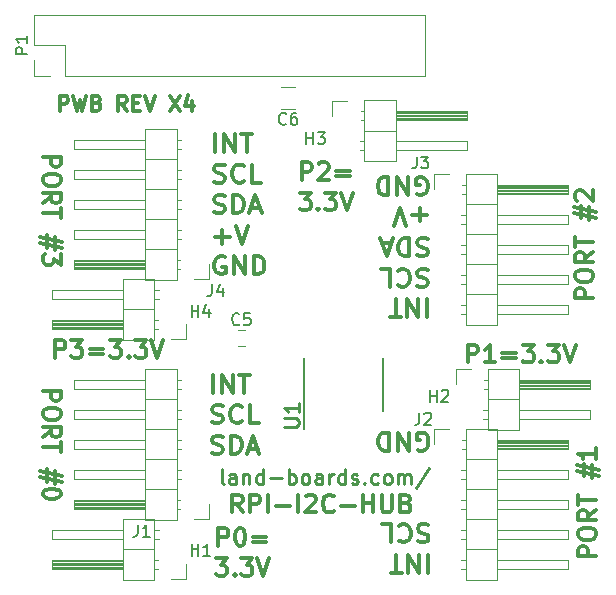
<source format=gto>
G04 #@! TF.GenerationSoftware,KiCad,Pcbnew,(5.0.2)-1*
G04 #@! TF.CreationDate,2019-07-01T13:56:40-04:00*
G04 #@! TF.ProjectId,RPI-I2C-HUB,5250492d-4932-4432-9d48-55422e6b6963,rev?*
G04 #@! TF.SameCoordinates,Original*
G04 #@! TF.FileFunction,Legend,Top*
G04 #@! TF.FilePolarity,Positive*
%FSLAX46Y46*%
G04 Gerber Fmt 4.6, Leading zero omitted, Abs format (unit mm)*
G04 Created by KiCad (PCBNEW (5.0.2)-1) date 7/1/2019 1:56:40 PM*
%MOMM*%
%LPD*%
G01*
G04 APERTURE LIST*
%ADD10C,0.300000*%
%ADD11C,0.317500*%
%ADD12C,0.250000*%
%ADD13C,0.150000*%
%ADD14C,0.120000*%
%ADD15C,0.254000*%
G04 APERTURE END LIST*
D10*
X33780523Y-46176671D02*
X33780523Y-47700671D01*
X33024571Y-46176671D02*
X33024571Y-47700671D01*
X32117428Y-46176671D01*
X32117428Y-47700671D01*
X31588261Y-47700671D02*
X30681119Y-47700671D01*
X31134690Y-46176671D02*
X31134690Y-47700671D01*
X33856119Y-43663242D02*
X33629333Y-43590671D01*
X33251357Y-43590671D01*
X33100166Y-43663242D01*
X33024571Y-43735814D01*
X32948976Y-43880957D01*
X32948976Y-44026100D01*
X33024571Y-44171242D01*
X33100166Y-44243814D01*
X33251357Y-44316385D01*
X33553738Y-44388957D01*
X33704928Y-44461528D01*
X33780523Y-44534100D01*
X33856119Y-44679242D01*
X33856119Y-44824385D01*
X33780523Y-44969528D01*
X33704928Y-45042100D01*
X33553738Y-45114671D01*
X33175761Y-45114671D01*
X32948976Y-45042100D01*
X31361476Y-43735814D02*
X31437071Y-43663242D01*
X31663857Y-43590671D01*
X31815047Y-43590671D01*
X32041833Y-43663242D01*
X32193023Y-43808385D01*
X32268619Y-43953528D01*
X32344214Y-44243814D01*
X32344214Y-44461528D01*
X32268619Y-44751814D01*
X32193023Y-44896957D01*
X32041833Y-45042100D01*
X31815047Y-45114671D01*
X31663857Y-45114671D01*
X31437071Y-45042100D01*
X31361476Y-44969528D01*
X29925166Y-43590671D02*
X30681119Y-43590671D01*
X30681119Y-45114671D01*
X32948976Y-37284100D02*
X33100166Y-37356671D01*
X33326952Y-37356671D01*
X33553738Y-37284100D01*
X33704928Y-37138957D01*
X33780523Y-36993814D01*
X33856119Y-36703528D01*
X33856119Y-36485814D01*
X33780523Y-36195528D01*
X33704928Y-36050385D01*
X33553738Y-35905242D01*
X33326952Y-35832671D01*
X33175761Y-35832671D01*
X32948976Y-35905242D01*
X32873380Y-35977814D01*
X32873380Y-36485814D01*
X33175761Y-36485814D01*
X32193023Y-35832671D02*
X32193023Y-37356671D01*
X31285880Y-35832671D01*
X31285880Y-37356671D01*
X30529928Y-35832671D02*
X30529928Y-37356671D01*
X30151952Y-37356671D01*
X29925166Y-37284100D01*
X29773976Y-37138957D01*
X29698380Y-36993814D01*
X29622785Y-36703528D01*
X29622785Y-36485814D01*
X29698380Y-36195528D01*
X29773976Y-36050385D01*
X29925166Y-35905242D01*
X30151952Y-35832671D01*
X30529928Y-35832671D01*
X15622476Y-32444228D02*
X15622476Y-30920228D01*
X16378428Y-32444228D02*
X16378428Y-30920228D01*
X17285571Y-32444228D01*
X17285571Y-30920228D01*
X17814738Y-30920228D02*
X18721880Y-30920228D01*
X18268309Y-32444228D02*
X18268309Y-30920228D01*
X15546880Y-34957657D02*
X15773666Y-35030228D01*
X16151642Y-35030228D01*
X16302833Y-34957657D01*
X16378428Y-34885085D01*
X16454023Y-34739942D01*
X16454023Y-34594800D01*
X16378428Y-34449657D01*
X16302833Y-34377085D01*
X16151642Y-34304514D01*
X15849261Y-34231942D01*
X15698071Y-34159371D01*
X15622476Y-34086800D01*
X15546880Y-33941657D01*
X15546880Y-33796514D01*
X15622476Y-33651371D01*
X15698071Y-33578800D01*
X15849261Y-33506228D01*
X16227238Y-33506228D01*
X16454023Y-33578800D01*
X18041523Y-34885085D02*
X17965928Y-34957657D01*
X17739142Y-35030228D01*
X17587952Y-35030228D01*
X17361166Y-34957657D01*
X17209976Y-34812514D01*
X17134380Y-34667371D01*
X17058785Y-34377085D01*
X17058785Y-34159371D01*
X17134380Y-33869085D01*
X17209976Y-33723942D01*
X17361166Y-33578800D01*
X17587952Y-33506228D01*
X17739142Y-33506228D01*
X17965928Y-33578800D01*
X18041523Y-33651371D01*
X19477833Y-35030228D02*
X18721880Y-35030228D01*
X18721880Y-33506228D01*
X15546880Y-37543657D02*
X15773666Y-37616228D01*
X16151642Y-37616228D01*
X16302833Y-37543657D01*
X16378428Y-37471085D01*
X16454023Y-37325942D01*
X16454023Y-37180800D01*
X16378428Y-37035657D01*
X16302833Y-36963085D01*
X16151642Y-36890514D01*
X15849261Y-36817942D01*
X15698071Y-36745371D01*
X15622476Y-36672800D01*
X15546880Y-36527657D01*
X15546880Y-36382514D01*
X15622476Y-36237371D01*
X15698071Y-36164800D01*
X15849261Y-36092228D01*
X16227238Y-36092228D01*
X16454023Y-36164800D01*
X17134380Y-37616228D02*
X17134380Y-36092228D01*
X17512357Y-36092228D01*
X17739142Y-36164800D01*
X17890333Y-36309942D01*
X17965928Y-36455085D01*
X18041523Y-36745371D01*
X18041523Y-36963085D01*
X17965928Y-37253371D01*
X17890333Y-37398514D01*
X17739142Y-37543657D01*
X17512357Y-37616228D01*
X17134380Y-37616228D01*
X18646285Y-37180800D02*
X19402238Y-37180800D01*
X18495095Y-37616228D02*
X19024261Y-36092228D01*
X19553428Y-37616228D01*
X33717023Y-24548571D02*
X33717023Y-26072571D01*
X32961071Y-24548571D02*
X32961071Y-26072571D01*
X32053928Y-24548571D01*
X32053928Y-26072571D01*
X31524761Y-26072571D02*
X30617619Y-26072571D01*
X31071190Y-24548571D02*
X31071190Y-26072571D01*
X33792619Y-22035142D02*
X33565833Y-21962571D01*
X33187857Y-21962571D01*
X33036666Y-22035142D01*
X32961071Y-22107714D01*
X32885476Y-22252857D01*
X32885476Y-22398000D01*
X32961071Y-22543142D01*
X33036666Y-22615714D01*
X33187857Y-22688285D01*
X33490238Y-22760857D01*
X33641428Y-22833428D01*
X33717023Y-22906000D01*
X33792619Y-23051142D01*
X33792619Y-23196285D01*
X33717023Y-23341428D01*
X33641428Y-23414000D01*
X33490238Y-23486571D01*
X33112261Y-23486571D01*
X32885476Y-23414000D01*
X31297976Y-22107714D02*
X31373571Y-22035142D01*
X31600357Y-21962571D01*
X31751547Y-21962571D01*
X31978333Y-22035142D01*
X32129523Y-22180285D01*
X32205119Y-22325428D01*
X32280714Y-22615714D01*
X32280714Y-22833428D01*
X32205119Y-23123714D01*
X32129523Y-23268857D01*
X31978333Y-23414000D01*
X31751547Y-23486571D01*
X31600357Y-23486571D01*
X31373571Y-23414000D01*
X31297976Y-23341428D01*
X29861666Y-21962571D02*
X30617619Y-21962571D01*
X30617619Y-23486571D01*
X33792619Y-19449142D02*
X33565833Y-19376571D01*
X33187857Y-19376571D01*
X33036666Y-19449142D01*
X32961071Y-19521714D01*
X32885476Y-19666857D01*
X32885476Y-19812000D01*
X32961071Y-19957142D01*
X33036666Y-20029714D01*
X33187857Y-20102285D01*
X33490238Y-20174857D01*
X33641428Y-20247428D01*
X33717023Y-20320000D01*
X33792619Y-20465142D01*
X33792619Y-20610285D01*
X33717023Y-20755428D01*
X33641428Y-20828000D01*
X33490238Y-20900571D01*
X33112261Y-20900571D01*
X32885476Y-20828000D01*
X32205119Y-19376571D02*
X32205119Y-20900571D01*
X31827142Y-20900571D01*
X31600357Y-20828000D01*
X31449166Y-20682857D01*
X31373571Y-20537714D01*
X31297976Y-20247428D01*
X31297976Y-20029714D01*
X31373571Y-19739428D01*
X31449166Y-19594285D01*
X31600357Y-19449142D01*
X31827142Y-19376571D01*
X32205119Y-19376571D01*
X30693214Y-19812000D02*
X29937261Y-19812000D01*
X30844404Y-19376571D02*
X30315238Y-20900571D01*
X29786071Y-19376571D01*
X33717023Y-17371142D02*
X32507500Y-17371142D01*
X33112261Y-16790571D02*
X33112261Y-17951714D01*
X31978333Y-18314571D02*
X31449166Y-16790571D01*
X30920000Y-18314571D01*
X32885476Y-15656000D02*
X33036666Y-15728571D01*
X33263452Y-15728571D01*
X33490238Y-15656000D01*
X33641428Y-15510857D01*
X33717023Y-15365714D01*
X33792619Y-15075428D01*
X33792619Y-14857714D01*
X33717023Y-14567428D01*
X33641428Y-14422285D01*
X33490238Y-14277142D01*
X33263452Y-14204571D01*
X33112261Y-14204571D01*
X32885476Y-14277142D01*
X32809880Y-14349714D01*
X32809880Y-14857714D01*
X33112261Y-14857714D01*
X32129523Y-14204571D02*
X32129523Y-15728571D01*
X31222380Y-14204571D01*
X31222380Y-15728571D01*
X30466428Y-14204571D02*
X30466428Y-15728571D01*
X30088452Y-15728571D01*
X29861666Y-15656000D01*
X29710476Y-15510857D01*
X29634880Y-15365714D01*
X29559285Y-15075428D01*
X29559285Y-14857714D01*
X29634880Y-14567428D01*
X29710476Y-14422285D01*
X29861666Y-14277142D01*
X30088452Y-14204571D01*
X30466428Y-14204571D01*
X15812976Y-12078228D02*
X15812976Y-10554228D01*
X16568928Y-12078228D02*
X16568928Y-10554228D01*
X17476071Y-12078228D01*
X17476071Y-10554228D01*
X18005238Y-10554228D02*
X18912380Y-10554228D01*
X18458809Y-12078228D02*
X18458809Y-10554228D01*
X15737380Y-14591657D02*
X15964166Y-14664228D01*
X16342142Y-14664228D01*
X16493333Y-14591657D01*
X16568928Y-14519085D01*
X16644523Y-14373942D01*
X16644523Y-14228800D01*
X16568928Y-14083657D01*
X16493333Y-14011085D01*
X16342142Y-13938514D01*
X16039761Y-13865942D01*
X15888571Y-13793371D01*
X15812976Y-13720800D01*
X15737380Y-13575657D01*
X15737380Y-13430514D01*
X15812976Y-13285371D01*
X15888571Y-13212800D01*
X16039761Y-13140228D01*
X16417738Y-13140228D01*
X16644523Y-13212800D01*
X18232023Y-14519085D02*
X18156428Y-14591657D01*
X17929642Y-14664228D01*
X17778452Y-14664228D01*
X17551666Y-14591657D01*
X17400476Y-14446514D01*
X17324880Y-14301371D01*
X17249285Y-14011085D01*
X17249285Y-13793371D01*
X17324880Y-13503085D01*
X17400476Y-13357942D01*
X17551666Y-13212800D01*
X17778452Y-13140228D01*
X17929642Y-13140228D01*
X18156428Y-13212800D01*
X18232023Y-13285371D01*
X19668333Y-14664228D02*
X18912380Y-14664228D01*
X18912380Y-13140228D01*
X15737380Y-17177657D02*
X15964166Y-17250228D01*
X16342142Y-17250228D01*
X16493333Y-17177657D01*
X16568928Y-17105085D01*
X16644523Y-16959942D01*
X16644523Y-16814800D01*
X16568928Y-16669657D01*
X16493333Y-16597085D01*
X16342142Y-16524514D01*
X16039761Y-16451942D01*
X15888571Y-16379371D01*
X15812976Y-16306800D01*
X15737380Y-16161657D01*
X15737380Y-16016514D01*
X15812976Y-15871371D01*
X15888571Y-15798800D01*
X16039761Y-15726228D01*
X16417738Y-15726228D01*
X16644523Y-15798800D01*
X17324880Y-17250228D02*
X17324880Y-15726228D01*
X17702857Y-15726228D01*
X17929642Y-15798800D01*
X18080833Y-15943942D01*
X18156428Y-16089085D01*
X18232023Y-16379371D01*
X18232023Y-16597085D01*
X18156428Y-16887371D01*
X18080833Y-17032514D01*
X17929642Y-17177657D01*
X17702857Y-17250228D01*
X17324880Y-17250228D01*
X18836785Y-16814800D02*
X19592738Y-16814800D01*
X18685595Y-17250228D02*
X19214761Y-15726228D01*
X19743928Y-17250228D01*
X15812976Y-19255657D02*
X17022500Y-19255657D01*
X16417738Y-19836228D02*
X16417738Y-18675085D01*
X17551666Y-18312228D02*
X18080833Y-19836228D01*
X18610000Y-18312228D01*
X16644523Y-20970800D02*
X16493333Y-20898228D01*
X16266547Y-20898228D01*
X16039761Y-20970800D01*
X15888571Y-21115942D01*
X15812976Y-21261085D01*
X15737380Y-21551371D01*
X15737380Y-21769085D01*
X15812976Y-22059371D01*
X15888571Y-22204514D01*
X16039761Y-22349657D01*
X16266547Y-22422228D01*
X16417738Y-22422228D01*
X16644523Y-22349657D01*
X16720119Y-22277085D01*
X16720119Y-21769085D01*
X16417738Y-21769085D01*
X17400476Y-22422228D02*
X17400476Y-20898228D01*
X18307619Y-22422228D01*
X18307619Y-20898228D01*
X19063571Y-22422228D02*
X19063571Y-20898228D01*
X19441547Y-20898228D01*
X19668333Y-20970800D01*
X19819523Y-21115942D01*
X19895119Y-21261085D01*
X19970714Y-21551371D01*
X19970714Y-21769085D01*
X19895119Y-22059371D01*
X19819523Y-22204514D01*
X19668333Y-22349657D01*
X19441547Y-22422228D01*
X19063571Y-22422228D01*
X16061785Y-45415671D02*
X16061785Y-43915671D01*
X16633214Y-43915671D01*
X16776071Y-43987100D01*
X16847500Y-44058528D01*
X16918928Y-44201385D01*
X16918928Y-44415671D01*
X16847500Y-44558528D01*
X16776071Y-44629957D01*
X16633214Y-44701385D01*
X16061785Y-44701385D01*
X17847500Y-43915671D02*
X17990357Y-43915671D01*
X18133214Y-43987100D01*
X18204642Y-44058528D01*
X18276071Y-44201385D01*
X18347500Y-44487100D01*
X18347500Y-44844242D01*
X18276071Y-45129957D01*
X18204642Y-45272814D01*
X18133214Y-45344242D01*
X17990357Y-45415671D01*
X17847500Y-45415671D01*
X17704642Y-45344242D01*
X17633214Y-45272814D01*
X17561785Y-45129957D01*
X17490357Y-44844242D01*
X17490357Y-44487100D01*
X17561785Y-44201385D01*
X17633214Y-44058528D01*
X17704642Y-43987100D01*
X17847500Y-43915671D01*
X18990357Y-44629957D02*
X20133214Y-44629957D01*
X20133214Y-45058528D02*
X18990357Y-45058528D01*
X15883214Y-46465671D02*
X16811785Y-46465671D01*
X16311785Y-47037100D01*
X16526071Y-47037100D01*
X16668928Y-47108528D01*
X16740357Y-47179957D01*
X16811785Y-47322814D01*
X16811785Y-47679957D01*
X16740357Y-47822814D01*
X16668928Y-47894242D01*
X16526071Y-47965671D01*
X16097500Y-47965671D01*
X15954642Y-47894242D01*
X15883214Y-47822814D01*
X17454642Y-47822814D02*
X17526071Y-47894242D01*
X17454642Y-47965671D01*
X17383214Y-47894242D01*
X17454642Y-47822814D01*
X17454642Y-47965671D01*
X18026071Y-46465671D02*
X18954642Y-46465671D01*
X18454642Y-47037100D01*
X18668928Y-47037100D01*
X18811785Y-47108528D01*
X18883214Y-47179957D01*
X18954642Y-47322814D01*
X18954642Y-47679957D01*
X18883214Y-47822814D01*
X18811785Y-47894242D01*
X18668928Y-47965671D01*
X18240357Y-47965671D01*
X18097500Y-47894242D01*
X18026071Y-47822814D01*
X19383214Y-46465671D02*
X19883214Y-47965671D01*
X20383214Y-46465671D01*
X23122985Y-14453071D02*
X23122985Y-12953071D01*
X23694414Y-12953071D01*
X23837271Y-13024500D01*
X23908700Y-13095928D01*
X23980128Y-13238785D01*
X23980128Y-13453071D01*
X23908700Y-13595928D01*
X23837271Y-13667357D01*
X23694414Y-13738785D01*
X23122985Y-13738785D01*
X24551557Y-13095928D02*
X24622985Y-13024500D01*
X24765842Y-12953071D01*
X25122985Y-12953071D01*
X25265842Y-13024500D01*
X25337271Y-13095928D01*
X25408700Y-13238785D01*
X25408700Y-13381642D01*
X25337271Y-13595928D01*
X24480128Y-14453071D01*
X25408700Y-14453071D01*
X26051557Y-13667357D02*
X27194414Y-13667357D01*
X27194414Y-14095928D02*
X26051557Y-14095928D01*
X22944414Y-15503071D02*
X23872985Y-15503071D01*
X23372985Y-16074500D01*
X23587271Y-16074500D01*
X23730128Y-16145928D01*
X23801557Y-16217357D01*
X23872985Y-16360214D01*
X23872985Y-16717357D01*
X23801557Y-16860214D01*
X23730128Y-16931642D01*
X23587271Y-17003071D01*
X23158700Y-17003071D01*
X23015842Y-16931642D01*
X22944414Y-16860214D01*
X24515842Y-16860214D02*
X24587271Y-16931642D01*
X24515842Y-17003071D01*
X24444414Y-16931642D01*
X24515842Y-16860214D01*
X24515842Y-17003071D01*
X25087271Y-15503071D02*
X26015842Y-15503071D01*
X25515842Y-16074500D01*
X25730128Y-16074500D01*
X25872985Y-16145928D01*
X25944414Y-16217357D01*
X26015842Y-16360214D01*
X26015842Y-16717357D01*
X25944414Y-16860214D01*
X25872985Y-16931642D01*
X25730128Y-17003071D01*
X25301557Y-17003071D01*
X25158700Y-16931642D01*
X25087271Y-16860214D01*
X26444414Y-15503071D02*
X26944414Y-17003071D01*
X27444414Y-15503071D01*
X37191714Y-29888571D02*
X37191714Y-28388571D01*
X37763142Y-28388571D01*
X37906000Y-28460000D01*
X37977428Y-28531428D01*
X38048857Y-28674285D01*
X38048857Y-28888571D01*
X37977428Y-29031428D01*
X37906000Y-29102857D01*
X37763142Y-29174285D01*
X37191714Y-29174285D01*
X39477428Y-29888571D02*
X38620285Y-29888571D01*
X39048857Y-29888571D02*
X39048857Y-28388571D01*
X38906000Y-28602857D01*
X38763142Y-28745714D01*
X38620285Y-28817142D01*
X40120285Y-29102857D02*
X41263142Y-29102857D01*
X41263142Y-29531428D02*
X40120285Y-29531428D01*
X41834571Y-28388571D02*
X42763142Y-28388571D01*
X42263142Y-28960000D01*
X42477428Y-28960000D01*
X42620285Y-29031428D01*
X42691714Y-29102857D01*
X42763142Y-29245714D01*
X42763142Y-29602857D01*
X42691714Y-29745714D01*
X42620285Y-29817142D01*
X42477428Y-29888571D01*
X42048857Y-29888571D01*
X41906000Y-29817142D01*
X41834571Y-29745714D01*
X43406000Y-29745714D02*
X43477428Y-29817142D01*
X43406000Y-29888571D01*
X43334571Y-29817142D01*
X43406000Y-29745714D01*
X43406000Y-29888571D01*
X43977428Y-28388571D02*
X44906000Y-28388571D01*
X44406000Y-28960000D01*
X44620285Y-28960000D01*
X44763142Y-29031428D01*
X44834571Y-29102857D01*
X44906000Y-29245714D01*
X44906000Y-29602857D01*
X44834571Y-29745714D01*
X44763142Y-29817142D01*
X44620285Y-29888571D01*
X44191714Y-29888571D01*
X44048857Y-29817142D01*
X43977428Y-29745714D01*
X45334571Y-28388571D02*
X45834571Y-29888571D01*
X46334571Y-28388571D01*
X2266714Y-29507571D02*
X2266714Y-28007571D01*
X2838142Y-28007571D01*
X2981000Y-28079000D01*
X3052428Y-28150428D01*
X3123857Y-28293285D01*
X3123857Y-28507571D01*
X3052428Y-28650428D01*
X2981000Y-28721857D01*
X2838142Y-28793285D01*
X2266714Y-28793285D01*
X3623857Y-28007571D02*
X4552428Y-28007571D01*
X4052428Y-28579000D01*
X4266714Y-28579000D01*
X4409571Y-28650428D01*
X4481000Y-28721857D01*
X4552428Y-28864714D01*
X4552428Y-29221857D01*
X4481000Y-29364714D01*
X4409571Y-29436142D01*
X4266714Y-29507571D01*
X3838142Y-29507571D01*
X3695285Y-29436142D01*
X3623857Y-29364714D01*
X5195285Y-28721857D02*
X6338142Y-28721857D01*
X6338142Y-29150428D02*
X5195285Y-29150428D01*
X6909571Y-28007571D02*
X7838142Y-28007571D01*
X7338142Y-28579000D01*
X7552428Y-28579000D01*
X7695285Y-28650428D01*
X7766714Y-28721857D01*
X7838142Y-28864714D01*
X7838142Y-29221857D01*
X7766714Y-29364714D01*
X7695285Y-29436142D01*
X7552428Y-29507571D01*
X7123857Y-29507571D01*
X6981000Y-29436142D01*
X6909571Y-29364714D01*
X8481000Y-29364714D02*
X8552428Y-29436142D01*
X8481000Y-29507571D01*
X8409571Y-29436142D01*
X8481000Y-29364714D01*
X8481000Y-29507571D01*
X9052428Y-28007571D02*
X9981000Y-28007571D01*
X9481000Y-28579000D01*
X9695285Y-28579000D01*
X9838142Y-28650428D01*
X9909571Y-28721857D01*
X9981000Y-28864714D01*
X9981000Y-29221857D01*
X9909571Y-29364714D01*
X9838142Y-29436142D01*
X9695285Y-29507571D01*
X9266714Y-29507571D01*
X9123857Y-29436142D01*
X9052428Y-29364714D01*
X10409571Y-28007571D02*
X10909571Y-29507571D01*
X11409571Y-28007571D01*
X1226428Y-12482285D02*
X2726428Y-12482285D01*
X2726428Y-13053714D01*
X2655000Y-13196571D01*
X2583571Y-13268000D01*
X2440714Y-13339428D01*
X2226428Y-13339428D01*
X2083571Y-13268000D01*
X2012142Y-13196571D01*
X1940714Y-13053714D01*
X1940714Y-12482285D01*
X2726428Y-14268000D02*
X2726428Y-14553714D01*
X2655000Y-14696571D01*
X2512142Y-14839428D01*
X2226428Y-14910857D01*
X1726428Y-14910857D01*
X1440714Y-14839428D01*
X1297857Y-14696571D01*
X1226428Y-14553714D01*
X1226428Y-14268000D01*
X1297857Y-14125142D01*
X1440714Y-13982285D01*
X1726428Y-13910857D01*
X2226428Y-13910857D01*
X2512142Y-13982285D01*
X2655000Y-14125142D01*
X2726428Y-14268000D01*
X1226428Y-16410857D02*
X1940714Y-15910857D01*
X1226428Y-15553714D02*
X2726428Y-15553714D01*
X2726428Y-16125142D01*
X2655000Y-16268000D01*
X2583571Y-16339428D01*
X2440714Y-16410857D01*
X2226428Y-16410857D01*
X2083571Y-16339428D01*
X2012142Y-16268000D01*
X1940714Y-16125142D01*
X1940714Y-15553714D01*
X2726428Y-16839428D02*
X2726428Y-17696571D01*
X1226428Y-17268000D02*
X2726428Y-17268000D01*
X2226428Y-19268000D02*
X2226428Y-20339428D01*
X2869285Y-19696571D02*
X940714Y-19268000D01*
X1583571Y-20196571D02*
X1583571Y-19125142D01*
X940714Y-19768000D02*
X2869285Y-20196571D01*
X2726428Y-20696571D02*
X2726428Y-21625142D01*
X2154999Y-21125142D01*
X2154999Y-21339428D01*
X2083571Y-21482285D01*
X2012142Y-21553714D01*
X1869285Y-21625142D01*
X1512142Y-21625142D01*
X1369285Y-21553714D01*
X1297857Y-21482285D01*
X1226428Y-21339428D01*
X1226428Y-20910857D01*
X1297857Y-20768000D01*
X1369285Y-20696571D01*
X1226428Y-32294285D02*
X2726428Y-32294285D01*
X2726428Y-32865714D01*
X2655000Y-33008571D01*
X2583571Y-33080000D01*
X2440714Y-33151428D01*
X2226428Y-33151428D01*
X2083571Y-33080000D01*
X2012142Y-33008571D01*
X1940714Y-32865714D01*
X1940714Y-32294285D01*
X2726428Y-34080000D02*
X2726428Y-34365714D01*
X2655000Y-34508571D01*
X2512142Y-34651428D01*
X2226428Y-34722857D01*
X1726428Y-34722857D01*
X1440714Y-34651428D01*
X1297857Y-34508571D01*
X1226428Y-34365714D01*
X1226428Y-34080000D01*
X1297857Y-33937142D01*
X1440714Y-33794285D01*
X1726428Y-33722857D01*
X2226428Y-33722857D01*
X2512142Y-33794285D01*
X2655000Y-33937142D01*
X2726428Y-34080000D01*
X1226428Y-36222857D02*
X1940714Y-35722857D01*
X1226428Y-35365714D02*
X2726428Y-35365714D01*
X2726428Y-35937142D01*
X2655000Y-36080000D01*
X2583571Y-36151428D01*
X2440714Y-36222857D01*
X2226428Y-36222857D01*
X2083571Y-36151428D01*
X2012142Y-36080000D01*
X1940714Y-35937142D01*
X1940714Y-35365714D01*
X2726428Y-36651428D02*
X2726428Y-37508571D01*
X1226428Y-37080000D02*
X2726428Y-37080000D01*
X2226428Y-39080000D02*
X2226428Y-40151428D01*
X2869285Y-39508571D02*
X940714Y-39080000D01*
X1583571Y-40008571D02*
X1583571Y-38937142D01*
X940714Y-39580000D02*
X2869285Y-40008571D01*
X2726428Y-40937142D02*
X2726428Y-41080000D01*
X2654999Y-41222857D01*
X2583571Y-41294285D01*
X2440714Y-41365714D01*
X2154999Y-41437142D01*
X1797857Y-41437142D01*
X1512142Y-41365714D01*
X1369285Y-41294285D01*
X1297857Y-41222857D01*
X1226428Y-41080000D01*
X1226428Y-40937142D01*
X1297857Y-40794285D01*
X1369285Y-40722857D01*
X1512142Y-40651428D01*
X1797857Y-40580000D01*
X2154999Y-40580000D01*
X2440714Y-40651428D01*
X2583571Y-40722857D01*
X2654999Y-40794285D01*
X2726428Y-40937142D01*
X47795571Y-24474714D02*
X46295571Y-24474714D01*
X46295571Y-23903285D01*
X46367000Y-23760428D01*
X46438428Y-23689000D01*
X46581285Y-23617571D01*
X46795571Y-23617571D01*
X46938428Y-23689000D01*
X47009857Y-23760428D01*
X47081285Y-23903285D01*
X47081285Y-24474714D01*
X46295571Y-22689000D02*
X46295571Y-22403285D01*
X46367000Y-22260428D01*
X46509857Y-22117571D01*
X46795571Y-22046142D01*
X47295571Y-22046142D01*
X47581285Y-22117571D01*
X47724142Y-22260428D01*
X47795571Y-22403285D01*
X47795571Y-22689000D01*
X47724142Y-22831857D01*
X47581285Y-22974714D01*
X47295571Y-23046142D01*
X46795571Y-23046142D01*
X46509857Y-22974714D01*
X46367000Y-22831857D01*
X46295571Y-22689000D01*
X47795571Y-20546142D02*
X47081285Y-21046142D01*
X47795571Y-21403285D02*
X46295571Y-21403285D01*
X46295571Y-20831857D01*
X46367000Y-20689000D01*
X46438428Y-20617571D01*
X46581285Y-20546142D01*
X46795571Y-20546142D01*
X46938428Y-20617571D01*
X47009857Y-20689000D01*
X47081285Y-20831857D01*
X47081285Y-21403285D01*
X46295571Y-20117571D02*
X46295571Y-19260428D01*
X47795571Y-19689000D02*
X46295571Y-19689000D01*
X46795571Y-17689000D02*
X46795571Y-16617571D01*
X46152714Y-17260428D02*
X48081285Y-17689000D01*
X47438428Y-16760428D02*
X47438428Y-17831857D01*
X48081285Y-17189000D02*
X46152714Y-16760428D01*
X46438428Y-16189000D02*
X46367000Y-16117571D01*
X46295571Y-15974714D01*
X46295571Y-15617571D01*
X46367000Y-15474714D01*
X46438428Y-15403285D01*
X46581285Y-15331857D01*
X46724142Y-15331857D01*
X46938428Y-15403285D01*
X47795571Y-16260428D01*
X47795571Y-15331857D01*
X48049571Y-46318714D02*
X46549571Y-46318714D01*
X46549571Y-45747285D01*
X46621000Y-45604428D01*
X46692428Y-45533000D01*
X46835285Y-45461571D01*
X47049571Y-45461571D01*
X47192428Y-45533000D01*
X47263857Y-45604428D01*
X47335285Y-45747285D01*
X47335285Y-46318714D01*
X46549571Y-44533000D02*
X46549571Y-44247285D01*
X46621000Y-44104428D01*
X46763857Y-43961571D01*
X47049571Y-43890142D01*
X47549571Y-43890142D01*
X47835285Y-43961571D01*
X47978142Y-44104428D01*
X48049571Y-44247285D01*
X48049571Y-44533000D01*
X47978142Y-44675857D01*
X47835285Y-44818714D01*
X47549571Y-44890142D01*
X47049571Y-44890142D01*
X46763857Y-44818714D01*
X46621000Y-44675857D01*
X46549571Y-44533000D01*
X48049571Y-42390142D02*
X47335285Y-42890142D01*
X48049571Y-43247285D02*
X46549571Y-43247285D01*
X46549571Y-42675857D01*
X46621000Y-42533000D01*
X46692428Y-42461571D01*
X46835285Y-42390142D01*
X47049571Y-42390142D01*
X47192428Y-42461571D01*
X47263857Y-42533000D01*
X47335285Y-42675857D01*
X47335285Y-43247285D01*
X46549571Y-41961571D02*
X46549571Y-41104428D01*
X48049571Y-41533000D02*
X46549571Y-41533000D01*
X47049571Y-39533000D02*
X47049571Y-38461571D01*
X46406714Y-39104428D02*
X48335285Y-39533000D01*
X47692428Y-38604428D02*
X47692428Y-39675857D01*
X48335285Y-39033000D02*
X46406714Y-38604428D01*
X48049571Y-37175857D02*
X48049571Y-38033000D01*
X48049571Y-37604428D02*
X46549571Y-37604428D01*
X46763857Y-37747285D01*
X46906714Y-37890142D01*
X46978142Y-38033000D01*
X18122142Y-42588571D02*
X17622142Y-41874285D01*
X17265000Y-42588571D02*
X17265000Y-41088571D01*
X17836428Y-41088571D01*
X17979285Y-41160000D01*
X18050714Y-41231428D01*
X18122142Y-41374285D01*
X18122142Y-41588571D01*
X18050714Y-41731428D01*
X17979285Y-41802857D01*
X17836428Y-41874285D01*
X17265000Y-41874285D01*
X18765000Y-42588571D02*
X18765000Y-41088571D01*
X19336428Y-41088571D01*
X19479285Y-41160000D01*
X19550714Y-41231428D01*
X19622142Y-41374285D01*
X19622142Y-41588571D01*
X19550714Y-41731428D01*
X19479285Y-41802857D01*
X19336428Y-41874285D01*
X18765000Y-41874285D01*
X20265000Y-42588571D02*
X20265000Y-41088571D01*
X20979285Y-42017142D02*
X22122142Y-42017142D01*
X22836428Y-42588571D02*
X22836428Y-41088571D01*
X23479285Y-41231428D02*
X23550714Y-41160000D01*
X23693571Y-41088571D01*
X24050714Y-41088571D01*
X24193571Y-41160000D01*
X24265000Y-41231428D01*
X24336428Y-41374285D01*
X24336428Y-41517142D01*
X24265000Y-41731428D01*
X23407857Y-42588571D01*
X24336428Y-42588571D01*
X25836428Y-42445714D02*
X25765000Y-42517142D01*
X25550714Y-42588571D01*
X25407857Y-42588571D01*
X25193571Y-42517142D01*
X25050714Y-42374285D01*
X24979285Y-42231428D01*
X24907857Y-41945714D01*
X24907857Y-41731428D01*
X24979285Y-41445714D01*
X25050714Y-41302857D01*
X25193571Y-41160000D01*
X25407857Y-41088571D01*
X25550714Y-41088571D01*
X25765000Y-41160000D01*
X25836428Y-41231428D01*
X26479285Y-42017142D02*
X27622142Y-42017142D01*
X28336428Y-42588571D02*
X28336428Y-41088571D01*
X28336428Y-41802857D02*
X29193571Y-41802857D01*
X29193571Y-42588571D02*
X29193571Y-41088571D01*
X29907857Y-41088571D02*
X29907857Y-42302857D01*
X29979285Y-42445714D01*
X30050714Y-42517142D01*
X30193571Y-42588571D01*
X30479285Y-42588571D01*
X30622142Y-42517142D01*
X30693571Y-42445714D01*
X30765000Y-42302857D01*
X30765000Y-41088571D01*
X31979285Y-41802857D02*
X32193571Y-41874285D01*
X32265000Y-41945714D01*
X32336428Y-42088571D01*
X32336428Y-42302857D01*
X32265000Y-42445714D01*
X32193571Y-42517142D01*
X32050714Y-42588571D01*
X31479285Y-42588571D01*
X31479285Y-41088571D01*
X31979285Y-41088571D01*
X32122142Y-41160000D01*
X32193571Y-41231428D01*
X32265000Y-41374285D01*
X32265000Y-41517142D01*
X32193571Y-41660000D01*
X32122142Y-41731428D01*
X31979285Y-41802857D01*
X31479285Y-41802857D01*
D11*
X2630714Y-8575523D02*
X2630714Y-7305523D01*
X3114523Y-7305523D01*
X3235476Y-7366000D01*
X3295952Y-7426476D01*
X3356428Y-7547428D01*
X3356428Y-7728857D01*
X3295952Y-7849809D01*
X3235476Y-7910285D01*
X3114523Y-7970761D01*
X2630714Y-7970761D01*
X3779761Y-7305523D02*
X4082142Y-8575523D01*
X4324047Y-7668380D01*
X4565952Y-8575523D01*
X4868333Y-7305523D01*
X5775476Y-7910285D02*
X5956904Y-7970761D01*
X6017380Y-8031238D01*
X6077857Y-8152190D01*
X6077857Y-8333619D01*
X6017380Y-8454571D01*
X5956904Y-8515047D01*
X5835952Y-8575523D01*
X5352142Y-8575523D01*
X5352142Y-7305523D01*
X5775476Y-7305523D01*
X5896428Y-7366000D01*
X5956904Y-7426476D01*
X6017380Y-7547428D01*
X6017380Y-7668380D01*
X5956904Y-7789333D01*
X5896428Y-7849809D01*
X5775476Y-7910285D01*
X5352142Y-7910285D01*
X8315476Y-8575523D02*
X7892142Y-7970761D01*
X7589761Y-8575523D02*
X7589761Y-7305523D01*
X8073571Y-7305523D01*
X8194523Y-7366000D01*
X8255000Y-7426476D01*
X8315476Y-7547428D01*
X8315476Y-7728857D01*
X8255000Y-7849809D01*
X8194523Y-7910285D01*
X8073571Y-7970761D01*
X7589761Y-7970761D01*
X8859761Y-7910285D02*
X9283095Y-7910285D01*
X9464523Y-8575523D02*
X8859761Y-8575523D01*
X8859761Y-7305523D01*
X9464523Y-7305523D01*
X9827380Y-7305523D02*
X10250714Y-8575523D01*
X10674047Y-7305523D01*
X11944047Y-7305523D02*
X12790714Y-8575523D01*
X12790714Y-7305523D02*
X11944047Y-8575523D01*
X13818809Y-7728857D02*
X13818809Y-8575523D01*
X13516428Y-7245047D02*
X13214047Y-8152190D01*
X14000238Y-8152190D01*
D12*
X16522095Y-40198523D02*
X16401142Y-40138047D01*
X16340666Y-40017095D01*
X16340666Y-38928523D01*
X17550190Y-40198523D02*
X17550190Y-39533285D01*
X17489714Y-39412333D01*
X17368761Y-39351857D01*
X17126857Y-39351857D01*
X17005904Y-39412333D01*
X17550190Y-40138047D02*
X17429238Y-40198523D01*
X17126857Y-40198523D01*
X17005904Y-40138047D01*
X16945428Y-40017095D01*
X16945428Y-39896142D01*
X17005904Y-39775190D01*
X17126857Y-39714714D01*
X17429238Y-39714714D01*
X17550190Y-39654238D01*
X18154952Y-39351857D02*
X18154952Y-40198523D01*
X18154952Y-39472809D02*
X18215428Y-39412333D01*
X18336380Y-39351857D01*
X18517809Y-39351857D01*
X18638761Y-39412333D01*
X18699238Y-39533285D01*
X18699238Y-40198523D01*
X19848285Y-40198523D02*
X19848285Y-38928523D01*
X19848285Y-40138047D02*
X19727333Y-40198523D01*
X19485428Y-40198523D01*
X19364476Y-40138047D01*
X19304000Y-40077571D01*
X19243523Y-39956619D01*
X19243523Y-39593761D01*
X19304000Y-39472809D01*
X19364476Y-39412333D01*
X19485428Y-39351857D01*
X19727333Y-39351857D01*
X19848285Y-39412333D01*
X20453047Y-39714714D02*
X21420666Y-39714714D01*
X22025428Y-40198523D02*
X22025428Y-38928523D01*
X22025428Y-39412333D02*
X22146380Y-39351857D01*
X22388285Y-39351857D01*
X22509238Y-39412333D01*
X22569714Y-39472809D01*
X22630190Y-39593761D01*
X22630190Y-39956619D01*
X22569714Y-40077571D01*
X22509238Y-40138047D01*
X22388285Y-40198523D01*
X22146380Y-40198523D01*
X22025428Y-40138047D01*
X23355904Y-40198523D02*
X23234952Y-40138047D01*
X23174476Y-40077571D01*
X23114000Y-39956619D01*
X23114000Y-39593761D01*
X23174476Y-39472809D01*
X23234952Y-39412333D01*
X23355904Y-39351857D01*
X23537333Y-39351857D01*
X23658285Y-39412333D01*
X23718761Y-39472809D01*
X23779238Y-39593761D01*
X23779238Y-39956619D01*
X23718761Y-40077571D01*
X23658285Y-40138047D01*
X23537333Y-40198523D01*
X23355904Y-40198523D01*
X24867809Y-40198523D02*
X24867809Y-39533285D01*
X24807333Y-39412333D01*
X24686380Y-39351857D01*
X24444476Y-39351857D01*
X24323523Y-39412333D01*
X24867809Y-40138047D02*
X24746857Y-40198523D01*
X24444476Y-40198523D01*
X24323523Y-40138047D01*
X24263047Y-40017095D01*
X24263047Y-39896142D01*
X24323523Y-39775190D01*
X24444476Y-39714714D01*
X24746857Y-39714714D01*
X24867809Y-39654238D01*
X25472571Y-40198523D02*
X25472571Y-39351857D01*
X25472571Y-39593761D02*
X25533047Y-39472809D01*
X25593523Y-39412333D01*
X25714476Y-39351857D01*
X25835428Y-39351857D01*
X26803047Y-40198523D02*
X26803047Y-38928523D01*
X26803047Y-40138047D02*
X26682095Y-40198523D01*
X26440190Y-40198523D01*
X26319238Y-40138047D01*
X26258761Y-40077571D01*
X26198285Y-39956619D01*
X26198285Y-39593761D01*
X26258761Y-39472809D01*
X26319238Y-39412333D01*
X26440190Y-39351857D01*
X26682095Y-39351857D01*
X26803047Y-39412333D01*
X27347333Y-40138047D02*
X27468285Y-40198523D01*
X27710190Y-40198523D01*
X27831142Y-40138047D01*
X27891619Y-40017095D01*
X27891619Y-39956619D01*
X27831142Y-39835666D01*
X27710190Y-39775190D01*
X27528761Y-39775190D01*
X27407809Y-39714714D01*
X27347333Y-39593761D01*
X27347333Y-39533285D01*
X27407809Y-39412333D01*
X27528761Y-39351857D01*
X27710190Y-39351857D01*
X27831142Y-39412333D01*
X28435904Y-40077571D02*
X28496380Y-40138047D01*
X28435904Y-40198523D01*
X28375428Y-40138047D01*
X28435904Y-40077571D01*
X28435904Y-40198523D01*
X29584952Y-40138047D02*
X29464000Y-40198523D01*
X29222095Y-40198523D01*
X29101142Y-40138047D01*
X29040666Y-40077571D01*
X28980190Y-39956619D01*
X28980190Y-39593761D01*
X29040666Y-39472809D01*
X29101142Y-39412333D01*
X29222095Y-39351857D01*
X29464000Y-39351857D01*
X29584952Y-39412333D01*
X30310666Y-40198523D02*
X30189714Y-40138047D01*
X30129238Y-40077571D01*
X30068761Y-39956619D01*
X30068761Y-39593761D01*
X30129238Y-39472809D01*
X30189714Y-39412333D01*
X30310666Y-39351857D01*
X30492095Y-39351857D01*
X30613047Y-39412333D01*
X30673523Y-39472809D01*
X30734000Y-39593761D01*
X30734000Y-39956619D01*
X30673523Y-40077571D01*
X30613047Y-40138047D01*
X30492095Y-40198523D01*
X30310666Y-40198523D01*
X31278285Y-40198523D02*
X31278285Y-39351857D01*
X31278285Y-39472809D02*
X31338761Y-39412333D01*
X31459714Y-39351857D01*
X31641142Y-39351857D01*
X31762095Y-39412333D01*
X31822571Y-39533285D01*
X31822571Y-40198523D01*
X31822571Y-39533285D02*
X31883047Y-39412333D01*
X32004000Y-39351857D01*
X32185428Y-39351857D01*
X32306380Y-39412333D01*
X32366857Y-39533285D01*
X32366857Y-40198523D01*
X33878761Y-38868047D02*
X32790190Y-40500904D01*
D13*
G04 #@! TO.C,U1*
X30045000Y-33975000D02*
X30045000Y-29525000D01*
X23295000Y-35500000D02*
X23295000Y-29525000D01*
D14*
G04 #@! TO.C,C5*
X18295252Y-28523000D02*
X17772748Y-28523000D01*
X18295252Y-27103000D02*
X17772748Y-27103000D01*
G04 #@! TO.C,C6*
X22573064Y-8403000D02*
X21368936Y-8403000D01*
X22573064Y-6583000D02*
X21368936Y-6583000D01*
G04 #@! TO.C,H1*
X10625000Y-48320000D02*
X10625000Y-43120000D01*
X10625000Y-43120000D02*
X7965000Y-43120000D01*
X7965000Y-43120000D02*
X7965000Y-48320000D01*
X7965000Y-48320000D02*
X10625000Y-48320000D01*
X7965000Y-47370000D02*
X1965000Y-47370000D01*
X1965000Y-47370000D02*
X1965000Y-46610000D01*
X1965000Y-46610000D02*
X7965000Y-46610000D01*
X7965000Y-47310000D02*
X1965000Y-47310000D01*
X7965000Y-47190000D02*
X1965000Y-47190000D01*
X7965000Y-47070000D02*
X1965000Y-47070000D01*
X7965000Y-46950000D02*
X1965000Y-46950000D01*
X7965000Y-46830000D02*
X1965000Y-46830000D01*
X7965000Y-46710000D02*
X1965000Y-46710000D01*
X10955000Y-47370000D02*
X10625000Y-47370000D01*
X10955000Y-46610000D02*
X10625000Y-46610000D01*
X10625000Y-45720000D02*
X7965000Y-45720000D01*
X7965000Y-44830000D02*
X1965000Y-44830000D01*
X1965000Y-44830000D02*
X1965000Y-44070000D01*
X1965000Y-44070000D02*
X7965000Y-44070000D01*
X11022071Y-44830000D02*
X10625000Y-44830000D01*
X11022071Y-44070000D02*
X10625000Y-44070000D01*
X13335000Y-46990000D02*
X13335000Y-48260000D01*
X13335000Y-48260000D02*
X12065000Y-48260000D01*
G04 #@! TO.C,H2*
X36195000Y-30480000D02*
X37465000Y-30480000D01*
X36195000Y-31750000D02*
X36195000Y-30480000D01*
X38507929Y-34670000D02*
X38905000Y-34670000D01*
X38507929Y-33910000D02*
X38905000Y-33910000D01*
X47565000Y-34670000D02*
X41565000Y-34670000D01*
X47565000Y-33910000D02*
X47565000Y-34670000D01*
X41565000Y-33910000D02*
X47565000Y-33910000D01*
X38905000Y-33020000D02*
X41565000Y-33020000D01*
X38575000Y-32130000D02*
X38905000Y-32130000D01*
X38575000Y-31370000D02*
X38905000Y-31370000D01*
X41565000Y-32030000D02*
X47565000Y-32030000D01*
X41565000Y-31910000D02*
X47565000Y-31910000D01*
X41565000Y-31790000D02*
X47565000Y-31790000D01*
X41565000Y-31670000D02*
X47565000Y-31670000D01*
X41565000Y-31550000D02*
X47565000Y-31550000D01*
X41565000Y-31430000D02*
X47565000Y-31430000D01*
X47565000Y-32130000D02*
X41565000Y-32130000D01*
X47565000Y-31370000D02*
X47565000Y-32130000D01*
X41565000Y-31370000D02*
X47565000Y-31370000D01*
X41565000Y-30420000D02*
X38905000Y-30420000D01*
X41565000Y-35620000D02*
X41565000Y-30420000D01*
X38905000Y-35620000D02*
X41565000Y-35620000D01*
X38905000Y-30420000D02*
X38905000Y-35620000D01*
G04 #@! TO.C,H3*
X28440000Y-7670000D02*
X28440000Y-12870000D01*
X28440000Y-12870000D02*
X31100000Y-12870000D01*
X31100000Y-12870000D02*
X31100000Y-7670000D01*
X31100000Y-7670000D02*
X28440000Y-7670000D01*
X31100000Y-8620000D02*
X37100000Y-8620000D01*
X37100000Y-8620000D02*
X37100000Y-9380000D01*
X37100000Y-9380000D02*
X31100000Y-9380000D01*
X31100000Y-8680000D02*
X37100000Y-8680000D01*
X31100000Y-8800000D02*
X37100000Y-8800000D01*
X31100000Y-8920000D02*
X37100000Y-8920000D01*
X31100000Y-9040000D02*
X37100000Y-9040000D01*
X31100000Y-9160000D02*
X37100000Y-9160000D01*
X31100000Y-9280000D02*
X37100000Y-9280000D01*
X28110000Y-8620000D02*
X28440000Y-8620000D01*
X28110000Y-9380000D02*
X28440000Y-9380000D01*
X28440000Y-10270000D02*
X31100000Y-10270000D01*
X31100000Y-11160000D02*
X37100000Y-11160000D01*
X37100000Y-11160000D02*
X37100000Y-11920000D01*
X37100000Y-11920000D02*
X31100000Y-11920000D01*
X28042929Y-11160000D02*
X28440000Y-11160000D01*
X28042929Y-11920000D02*
X28440000Y-11920000D01*
X25730000Y-9000000D02*
X25730000Y-7730000D01*
X25730000Y-7730000D02*
X27000000Y-7730000D01*
G04 #@! TO.C,H4*
X13335000Y-27940000D02*
X12065000Y-27940000D01*
X13335000Y-26670000D02*
X13335000Y-27940000D01*
X11022071Y-23750000D02*
X10625000Y-23750000D01*
X11022071Y-24510000D02*
X10625000Y-24510000D01*
X1965000Y-23750000D02*
X7965000Y-23750000D01*
X1965000Y-24510000D02*
X1965000Y-23750000D01*
X7965000Y-24510000D02*
X1965000Y-24510000D01*
X10625000Y-25400000D02*
X7965000Y-25400000D01*
X10955000Y-26290000D02*
X10625000Y-26290000D01*
X10955000Y-27050000D02*
X10625000Y-27050000D01*
X7965000Y-26390000D02*
X1965000Y-26390000D01*
X7965000Y-26510000D02*
X1965000Y-26510000D01*
X7965000Y-26630000D02*
X1965000Y-26630000D01*
X7965000Y-26750000D02*
X1965000Y-26750000D01*
X7965000Y-26870000D02*
X1965000Y-26870000D01*
X7965000Y-26990000D02*
X1965000Y-26990000D01*
X1965000Y-26290000D02*
X7965000Y-26290000D01*
X1965000Y-27050000D02*
X1965000Y-26290000D01*
X7965000Y-27050000D02*
X1965000Y-27050000D01*
X7965000Y-28000000D02*
X10625000Y-28000000D01*
X7965000Y-22800000D02*
X7965000Y-28000000D01*
X10625000Y-22800000D02*
X7965000Y-22800000D01*
X10625000Y-28000000D02*
X10625000Y-22800000D01*
G04 #@! TO.C,J1*
X15240000Y-43180000D02*
X13970000Y-43180000D01*
X15240000Y-41910000D02*
X15240000Y-43180000D01*
X12927071Y-31370000D02*
X12530000Y-31370000D01*
X12927071Y-32130000D02*
X12530000Y-32130000D01*
X3870000Y-31370000D02*
X9870000Y-31370000D01*
X3870000Y-32130000D02*
X3870000Y-31370000D01*
X9870000Y-32130000D02*
X3870000Y-32130000D01*
X12530000Y-33020000D02*
X9870000Y-33020000D01*
X12927071Y-33910000D02*
X12530000Y-33910000D01*
X12927071Y-34670000D02*
X12530000Y-34670000D01*
X3870000Y-33910000D02*
X9870000Y-33910000D01*
X3870000Y-34670000D02*
X3870000Y-33910000D01*
X9870000Y-34670000D02*
X3870000Y-34670000D01*
X12530000Y-35560000D02*
X9870000Y-35560000D01*
X12927071Y-36450000D02*
X12530000Y-36450000D01*
X12927071Y-37210000D02*
X12530000Y-37210000D01*
X3870000Y-36450000D02*
X9870000Y-36450000D01*
X3870000Y-37210000D02*
X3870000Y-36450000D01*
X9870000Y-37210000D02*
X3870000Y-37210000D01*
X12530000Y-38100000D02*
X9870000Y-38100000D01*
X12927071Y-38990000D02*
X12530000Y-38990000D01*
X12927071Y-39750000D02*
X12530000Y-39750000D01*
X3870000Y-38990000D02*
X9870000Y-38990000D01*
X3870000Y-39750000D02*
X3870000Y-38990000D01*
X9870000Y-39750000D02*
X3870000Y-39750000D01*
X12530000Y-40640000D02*
X9870000Y-40640000D01*
X12860000Y-41530000D02*
X12530000Y-41530000D01*
X12860000Y-42290000D02*
X12530000Y-42290000D01*
X9870000Y-41630000D02*
X3870000Y-41630000D01*
X9870000Y-41750000D02*
X3870000Y-41750000D01*
X9870000Y-41870000D02*
X3870000Y-41870000D01*
X9870000Y-41990000D02*
X3870000Y-41990000D01*
X9870000Y-42110000D02*
X3870000Y-42110000D01*
X9870000Y-42230000D02*
X3870000Y-42230000D01*
X3870000Y-41530000D02*
X9870000Y-41530000D01*
X3870000Y-42290000D02*
X3870000Y-41530000D01*
X9870000Y-42290000D02*
X3870000Y-42290000D01*
X9870000Y-43240000D02*
X12530000Y-43240000D01*
X9870000Y-30420000D02*
X9870000Y-43240000D01*
X12530000Y-30420000D02*
X9870000Y-30420000D01*
X12530000Y-43240000D02*
X12530000Y-30420000D01*
G04 #@! TO.C,J2*
X37000000Y-35500000D02*
X37000000Y-48320000D01*
X37000000Y-48320000D02*
X39660000Y-48320000D01*
X39660000Y-48320000D02*
X39660000Y-35500000D01*
X39660000Y-35500000D02*
X37000000Y-35500000D01*
X39660000Y-36450000D02*
X45660000Y-36450000D01*
X45660000Y-36450000D02*
X45660000Y-37210000D01*
X45660000Y-37210000D02*
X39660000Y-37210000D01*
X39660000Y-36510000D02*
X45660000Y-36510000D01*
X39660000Y-36630000D02*
X45660000Y-36630000D01*
X39660000Y-36750000D02*
X45660000Y-36750000D01*
X39660000Y-36870000D02*
X45660000Y-36870000D01*
X39660000Y-36990000D02*
X45660000Y-36990000D01*
X39660000Y-37110000D02*
X45660000Y-37110000D01*
X36670000Y-36450000D02*
X37000000Y-36450000D01*
X36670000Y-37210000D02*
X37000000Y-37210000D01*
X37000000Y-38100000D02*
X39660000Y-38100000D01*
X39660000Y-38990000D02*
X45660000Y-38990000D01*
X45660000Y-38990000D02*
X45660000Y-39750000D01*
X45660000Y-39750000D02*
X39660000Y-39750000D01*
X36602929Y-38990000D02*
X37000000Y-38990000D01*
X36602929Y-39750000D02*
X37000000Y-39750000D01*
X37000000Y-40640000D02*
X39660000Y-40640000D01*
X39660000Y-41530000D02*
X45660000Y-41530000D01*
X45660000Y-41530000D02*
X45660000Y-42290000D01*
X45660000Y-42290000D02*
X39660000Y-42290000D01*
X36602929Y-41530000D02*
X37000000Y-41530000D01*
X36602929Y-42290000D02*
X37000000Y-42290000D01*
X37000000Y-43180000D02*
X39660000Y-43180000D01*
X39660000Y-44070000D02*
X45660000Y-44070000D01*
X45660000Y-44070000D02*
X45660000Y-44830000D01*
X45660000Y-44830000D02*
X39660000Y-44830000D01*
X36602929Y-44070000D02*
X37000000Y-44070000D01*
X36602929Y-44830000D02*
X37000000Y-44830000D01*
X37000000Y-45720000D02*
X39660000Y-45720000D01*
X39660000Y-46610000D02*
X45660000Y-46610000D01*
X45660000Y-46610000D02*
X45660000Y-47370000D01*
X45660000Y-47370000D02*
X39660000Y-47370000D01*
X36602929Y-46610000D02*
X37000000Y-46610000D01*
X36602929Y-47370000D02*
X37000000Y-47370000D01*
X34290000Y-36830000D02*
X34290000Y-35560000D01*
X34290000Y-35560000D02*
X35560000Y-35560000D01*
G04 #@! TO.C,J3*
X34290000Y-13970000D02*
X35560000Y-13970000D01*
X34290000Y-15240000D02*
X34290000Y-13970000D01*
X36602929Y-25780000D02*
X37000000Y-25780000D01*
X36602929Y-25020000D02*
X37000000Y-25020000D01*
X45660000Y-25780000D02*
X39660000Y-25780000D01*
X45660000Y-25020000D02*
X45660000Y-25780000D01*
X39660000Y-25020000D02*
X45660000Y-25020000D01*
X37000000Y-24130000D02*
X39660000Y-24130000D01*
X36602929Y-23240000D02*
X37000000Y-23240000D01*
X36602929Y-22480000D02*
X37000000Y-22480000D01*
X45660000Y-23240000D02*
X39660000Y-23240000D01*
X45660000Y-22480000D02*
X45660000Y-23240000D01*
X39660000Y-22480000D02*
X45660000Y-22480000D01*
X37000000Y-21590000D02*
X39660000Y-21590000D01*
X36602929Y-20700000D02*
X37000000Y-20700000D01*
X36602929Y-19940000D02*
X37000000Y-19940000D01*
X45660000Y-20700000D02*
X39660000Y-20700000D01*
X45660000Y-19940000D02*
X45660000Y-20700000D01*
X39660000Y-19940000D02*
X45660000Y-19940000D01*
X37000000Y-19050000D02*
X39660000Y-19050000D01*
X36602929Y-18160000D02*
X37000000Y-18160000D01*
X36602929Y-17400000D02*
X37000000Y-17400000D01*
X45660000Y-18160000D02*
X39660000Y-18160000D01*
X45660000Y-17400000D02*
X45660000Y-18160000D01*
X39660000Y-17400000D02*
X45660000Y-17400000D01*
X37000000Y-16510000D02*
X39660000Y-16510000D01*
X36670000Y-15620000D02*
X37000000Y-15620000D01*
X36670000Y-14860000D02*
X37000000Y-14860000D01*
X39660000Y-15520000D02*
X45660000Y-15520000D01*
X39660000Y-15400000D02*
X45660000Y-15400000D01*
X39660000Y-15280000D02*
X45660000Y-15280000D01*
X39660000Y-15160000D02*
X45660000Y-15160000D01*
X39660000Y-15040000D02*
X45660000Y-15040000D01*
X39660000Y-14920000D02*
X45660000Y-14920000D01*
X45660000Y-15620000D02*
X39660000Y-15620000D01*
X45660000Y-14860000D02*
X45660000Y-15620000D01*
X39660000Y-14860000D02*
X45660000Y-14860000D01*
X39660000Y-13910000D02*
X37000000Y-13910000D01*
X39660000Y-26730000D02*
X39660000Y-13910000D01*
X37000000Y-26730000D02*
X39660000Y-26730000D01*
X37000000Y-13910000D02*
X37000000Y-26730000D01*
G04 #@! TO.C,J4*
X12530000Y-22920000D02*
X12530000Y-10100000D01*
X12530000Y-10100000D02*
X9870000Y-10100000D01*
X9870000Y-10100000D02*
X9870000Y-22920000D01*
X9870000Y-22920000D02*
X12530000Y-22920000D01*
X9870000Y-21970000D02*
X3870000Y-21970000D01*
X3870000Y-21970000D02*
X3870000Y-21210000D01*
X3870000Y-21210000D02*
X9870000Y-21210000D01*
X9870000Y-21910000D02*
X3870000Y-21910000D01*
X9870000Y-21790000D02*
X3870000Y-21790000D01*
X9870000Y-21670000D02*
X3870000Y-21670000D01*
X9870000Y-21550000D02*
X3870000Y-21550000D01*
X9870000Y-21430000D02*
X3870000Y-21430000D01*
X9870000Y-21310000D02*
X3870000Y-21310000D01*
X12860000Y-21970000D02*
X12530000Y-21970000D01*
X12860000Y-21210000D02*
X12530000Y-21210000D01*
X12530000Y-20320000D02*
X9870000Y-20320000D01*
X9870000Y-19430000D02*
X3870000Y-19430000D01*
X3870000Y-19430000D02*
X3870000Y-18670000D01*
X3870000Y-18670000D02*
X9870000Y-18670000D01*
X12927071Y-19430000D02*
X12530000Y-19430000D01*
X12927071Y-18670000D02*
X12530000Y-18670000D01*
X12530000Y-17780000D02*
X9870000Y-17780000D01*
X9870000Y-16890000D02*
X3870000Y-16890000D01*
X3870000Y-16890000D02*
X3870000Y-16130000D01*
X3870000Y-16130000D02*
X9870000Y-16130000D01*
X12927071Y-16890000D02*
X12530000Y-16890000D01*
X12927071Y-16130000D02*
X12530000Y-16130000D01*
X12530000Y-15240000D02*
X9870000Y-15240000D01*
X9870000Y-14350000D02*
X3870000Y-14350000D01*
X3870000Y-14350000D02*
X3870000Y-13590000D01*
X3870000Y-13590000D02*
X9870000Y-13590000D01*
X12927071Y-14350000D02*
X12530000Y-14350000D01*
X12927071Y-13590000D02*
X12530000Y-13590000D01*
X12530000Y-12700000D02*
X9870000Y-12700000D01*
X9870000Y-11810000D02*
X3870000Y-11810000D01*
X3870000Y-11810000D02*
X3870000Y-11050000D01*
X3870000Y-11050000D02*
X9870000Y-11050000D01*
X12927071Y-11810000D02*
X12530000Y-11810000D01*
X12927071Y-11050000D02*
X12530000Y-11050000D01*
X15240000Y-21590000D02*
X15240000Y-22860000D01*
X15240000Y-22860000D02*
X13970000Y-22860000D01*
G04 #@! TO.C,P1*
X33588000Y-5635300D02*
X33588000Y-435300D01*
X3048000Y-5635300D02*
X33588000Y-5635300D01*
X448000Y-435300D02*
X33588000Y-435300D01*
X3048000Y-5635300D02*
X3048000Y-3035300D01*
X3048000Y-3035300D02*
X448000Y-3035300D01*
X448000Y-3035300D02*
X448000Y-435300D01*
X1778000Y-5635300D02*
X448000Y-5635300D01*
X448000Y-5635300D02*
X448000Y-4305300D01*
G04 #@! TO.C,U1*
D15*
X21618423Y-35346519D02*
X22646519Y-35346519D01*
X22767471Y-35286042D01*
X22827947Y-35225566D01*
X22888423Y-35104614D01*
X22888423Y-34862709D01*
X22827947Y-34741757D01*
X22767471Y-34681280D01*
X22646519Y-34620804D01*
X21618423Y-34620804D01*
X22888423Y-33350804D02*
X22888423Y-34076519D01*
X22888423Y-33713661D02*
X21618423Y-33713661D01*
X21799852Y-33834614D01*
X21920804Y-33955566D01*
X21981280Y-34076519D01*
G04 #@! TO.C,C5*
D13*
X17841933Y-26633442D02*
X17794314Y-26681061D01*
X17651457Y-26728680D01*
X17556219Y-26728680D01*
X17413361Y-26681061D01*
X17318123Y-26585823D01*
X17270504Y-26490585D01*
X17222885Y-26300109D01*
X17222885Y-26157252D01*
X17270504Y-25966776D01*
X17318123Y-25871538D01*
X17413361Y-25776300D01*
X17556219Y-25728680D01*
X17651457Y-25728680D01*
X17794314Y-25776300D01*
X17841933Y-25823919D01*
X18746695Y-25728680D02*
X18270504Y-25728680D01*
X18222885Y-26204871D01*
X18270504Y-26157252D01*
X18365742Y-26109633D01*
X18603838Y-26109633D01*
X18699076Y-26157252D01*
X18746695Y-26204871D01*
X18794314Y-26300109D01*
X18794314Y-26538204D01*
X18746695Y-26633442D01*
X18699076Y-26681061D01*
X18603838Y-26728680D01*
X18365742Y-26728680D01*
X18270504Y-26681061D01*
X18222885Y-26633442D01*
G04 #@! TO.C,C6*
X21804333Y-9670142D02*
X21756714Y-9717761D01*
X21613857Y-9765380D01*
X21518619Y-9765380D01*
X21375761Y-9717761D01*
X21280523Y-9622523D01*
X21232904Y-9527285D01*
X21185285Y-9336809D01*
X21185285Y-9193952D01*
X21232904Y-9003476D01*
X21280523Y-8908238D01*
X21375761Y-8813000D01*
X21518619Y-8765380D01*
X21613857Y-8765380D01*
X21756714Y-8813000D01*
X21804333Y-8860619D01*
X22661476Y-8765380D02*
X22471000Y-8765380D01*
X22375761Y-8813000D01*
X22328142Y-8860619D01*
X22232904Y-9003476D01*
X22185285Y-9193952D01*
X22185285Y-9574904D01*
X22232904Y-9670142D01*
X22280523Y-9717761D01*
X22375761Y-9765380D01*
X22566238Y-9765380D01*
X22661476Y-9717761D01*
X22709095Y-9670142D01*
X22756714Y-9574904D01*
X22756714Y-9336809D01*
X22709095Y-9241571D01*
X22661476Y-9193952D01*
X22566238Y-9146333D01*
X22375761Y-9146333D01*
X22280523Y-9193952D01*
X22232904Y-9241571D01*
X22185285Y-9336809D01*
G04 #@! TO.C,H1*
X13804995Y-46248580D02*
X13804995Y-45248580D01*
X13804995Y-45724771D02*
X14376423Y-45724771D01*
X14376423Y-46248580D02*
X14376423Y-45248580D01*
X15376423Y-46248580D02*
X14804995Y-46248580D01*
X15090709Y-46248580D02*
X15090709Y-45248580D01*
X14995471Y-45391438D01*
X14900233Y-45486676D01*
X14804995Y-45534295D01*
G04 #@! TO.C,H2*
X33972595Y-33218380D02*
X33972595Y-32218380D01*
X33972595Y-32694571D02*
X34544023Y-32694571D01*
X34544023Y-33218380D02*
X34544023Y-32218380D01*
X34972595Y-32313619D02*
X35020214Y-32266000D01*
X35115452Y-32218380D01*
X35353547Y-32218380D01*
X35448785Y-32266000D01*
X35496404Y-32313619D01*
X35544023Y-32408857D01*
X35544023Y-32504095D01*
X35496404Y-32646952D01*
X34924976Y-33218380D01*
X35544023Y-33218380D01*
G04 #@! TO.C,H3*
X23533195Y-11399780D02*
X23533195Y-10399780D01*
X23533195Y-10875971D02*
X24104623Y-10875971D01*
X24104623Y-11399780D02*
X24104623Y-10399780D01*
X24485576Y-10399780D02*
X25104623Y-10399780D01*
X24771290Y-10780733D01*
X24914147Y-10780733D01*
X25009385Y-10828352D01*
X25057004Y-10875971D01*
X25104623Y-10971209D01*
X25104623Y-11209304D01*
X25057004Y-11304542D01*
X25009385Y-11352161D01*
X24914147Y-11399780D01*
X24628433Y-11399780D01*
X24533195Y-11352161D01*
X24485576Y-11304542D01*
G04 #@! TO.C,H4*
X13804995Y-26017480D02*
X13804995Y-25017480D01*
X13804995Y-25493671D02*
X14376423Y-25493671D01*
X14376423Y-26017480D02*
X14376423Y-25017480D01*
X15281185Y-25350814D02*
X15281185Y-26017480D01*
X15043090Y-24969861D02*
X14804995Y-25684147D01*
X15424042Y-25684147D01*
G04 #@! TO.C,J1*
X9251666Y-43632380D02*
X9251666Y-44346666D01*
X9204047Y-44489523D01*
X9108809Y-44584761D01*
X8965952Y-44632380D01*
X8870714Y-44632380D01*
X10251666Y-44632380D02*
X9680238Y-44632380D01*
X9965952Y-44632380D02*
X9965952Y-43632380D01*
X9870714Y-43775238D01*
X9775476Y-43870476D01*
X9680238Y-43918095D01*
G04 #@! TO.C,J2*
X33080366Y-34148780D02*
X33080366Y-34863066D01*
X33032747Y-35005923D01*
X32937509Y-35101161D01*
X32794652Y-35148780D01*
X32699414Y-35148780D01*
X33508938Y-34244019D02*
X33556557Y-34196400D01*
X33651795Y-34148780D01*
X33889890Y-34148780D01*
X33985128Y-34196400D01*
X34032747Y-34244019D01*
X34080366Y-34339257D01*
X34080366Y-34434495D01*
X34032747Y-34577352D01*
X33461319Y-35148780D01*
X34080366Y-35148780D01*
G04 #@! TO.C,J3*
X32851766Y-12457180D02*
X32851766Y-13171466D01*
X32804147Y-13314323D01*
X32708909Y-13409561D01*
X32566052Y-13457180D01*
X32470814Y-13457180D01*
X33232719Y-12457180D02*
X33851766Y-12457180D01*
X33518433Y-12838133D01*
X33661290Y-12838133D01*
X33756528Y-12885752D01*
X33804147Y-12933371D01*
X33851766Y-13028609D01*
X33851766Y-13266704D01*
X33804147Y-13361942D01*
X33756528Y-13409561D01*
X33661290Y-13457180D01*
X33375576Y-13457180D01*
X33280338Y-13409561D01*
X33232719Y-13361942D01*
G04 #@! TO.C,J4*
X15528966Y-23290280D02*
X15528966Y-24004566D01*
X15481347Y-24147423D01*
X15386109Y-24242661D01*
X15243252Y-24290280D01*
X15148014Y-24290280D01*
X16433728Y-23623614D02*
X16433728Y-24290280D01*
X16195633Y-23242661D02*
X15957538Y-23956947D01*
X16576585Y-23956947D01*
G04 #@! TO.C,P1*
X-99619Y-3773395D02*
X-1099619Y-3773395D01*
X-1099619Y-3392442D01*
X-1052000Y-3297204D01*
X-1004380Y-3249585D01*
X-909142Y-3201966D01*
X-766285Y-3201966D01*
X-671047Y-3249585D01*
X-623428Y-3297204D01*
X-575809Y-3392442D01*
X-575809Y-3773395D01*
X-99619Y-2249585D02*
X-99619Y-2821014D01*
X-99619Y-2535300D02*
X-1099619Y-2535300D01*
X-956761Y-2630538D01*
X-861523Y-2725776D01*
X-813904Y-2821014D01*
G04 #@! TD*
M02*

</source>
